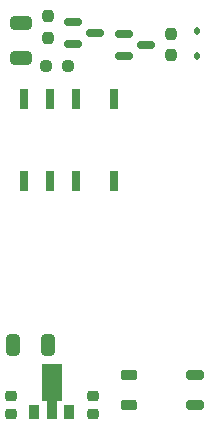
<source format=gbr>
%TF.GenerationSoftware,KiCad,Pcbnew,7.0.7*%
%TF.CreationDate,2024-02-03T00:12:55+01:00*%
%TF.ProjectId,keerlusRelais,6b656572-6c75-4735-9265-6c6169732e6b,rev?*%
%TF.SameCoordinates,Original*%
%TF.FileFunction,Paste,Top*%
%TF.FilePolarity,Positive*%
%FSLAX46Y46*%
G04 Gerber Fmt 4.6, Leading zero omitted, Abs format (unit mm)*
G04 Created by KiCad (PCBNEW 7.0.7) date 2024-02-03 00:12:55*
%MOMM*%
%LPD*%
G01*
G04 APERTURE LIST*
G04 Aperture macros list*
%AMRoundRect*
0 Rectangle with rounded corners*
0 $1 Rounding radius*
0 $2 $3 $4 $5 $6 $7 $8 $9 X,Y pos of 4 corners*
0 Add a 4 corners polygon primitive as box body*
4,1,4,$2,$3,$4,$5,$6,$7,$8,$9,$2,$3,0*
0 Add four circle primitives for the rounded corners*
1,1,$1+$1,$2,$3*
1,1,$1+$1,$4,$5*
1,1,$1+$1,$6,$7*
1,1,$1+$1,$8,$9*
0 Add four rect primitives between the rounded corners*
20,1,$1+$1,$2,$3,$4,$5,0*
20,1,$1+$1,$4,$5,$6,$7,0*
20,1,$1+$1,$6,$7,$8,$9,0*
20,1,$1+$1,$8,$9,$2,$3,0*%
%AMFreePoly0*
4,1,9,3.862500,-0.866500,0.737500,-0.866500,0.737500,-0.450000,-0.737500,-0.450000,-0.737500,0.450000,0.737500,0.450000,0.737500,0.866500,3.862500,0.866500,3.862500,-0.866500,3.862500,-0.866500,$1*%
G04 Aperture macros list end*
%ADD10RoundRect,0.237500X0.250000X0.237500X-0.250000X0.237500X-0.250000X-0.237500X0.250000X-0.237500X0*%
%ADD11RoundRect,0.212500X-0.459000X-0.212500X0.459000X-0.212500X0.459000X0.212500X-0.459000X0.212500X0*%
%ADD12RoundRect,0.210000X-0.461500X-0.210000X0.461500X-0.210000X0.461500X0.210000X-0.461500X0.210000X0*%
%ADD13RoundRect,0.210000X-0.511500X-0.210000X0.511500X-0.210000X0.511500X0.210000X-0.511500X0.210000X0*%
%ADD14RoundRect,0.237500X-0.237500X0.250000X-0.237500X-0.250000X0.237500X-0.250000X0.237500X0.250000X0*%
%ADD15RoundRect,0.225000X-0.250000X0.225000X-0.250000X-0.225000X0.250000X-0.225000X0.250000X0.225000X0*%
%ADD16R,0.800000X1.800000*%
%ADD17RoundRect,0.237500X0.237500X-0.250000X0.237500X0.250000X-0.237500X0.250000X-0.237500X-0.250000X0*%
%ADD18RoundRect,0.150000X-0.587500X-0.150000X0.587500X-0.150000X0.587500X0.150000X-0.587500X0.150000X0*%
%ADD19RoundRect,0.250000X0.650000X-0.325000X0.650000X0.325000X-0.650000X0.325000X-0.650000X-0.325000X0*%
%ADD20R,0.900000X1.300000*%
%ADD21FreePoly0,90.000000*%
%ADD22RoundRect,0.112500X0.112500X-0.187500X0.112500X0.187500X-0.112500X0.187500X-0.112500X-0.187500X0*%
%ADD23RoundRect,0.250000X-0.325000X-0.650000X0.325000X-0.650000X0.325000X0.650000X-0.325000X0.650000X0*%
G04 APERTURE END LIST*
D10*
%TO.C,R3*%
X175156500Y-60706000D03*
X173331500Y-60706000D03*
%TD*%
D11*
%TO.C,D1*%
X180362500Y-86863000D03*
D12*
X180362500Y-89408000D03*
D13*
X185955500Y-89408000D03*
X185955500Y-86868000D03*
%TD*%
D14*
%TO.C,R2*%
X173482000Y-56491500D03*
X173482000Y-58316500D03*
%TD*%
D15*
%TO.C,C3*%
X170307000Y-88620000D03*
X170307000Y-90170000D03*
%TD*%
D16*
%TO.C,K1*%
X179070000Y-63500000D03*
X175870000Y-63500000D03*
X173670000Y-63500000D03*
X171470000Y-63500000D03*
X171470000Y-70500000D03*
X173670000Y-70500000D03*
X175870000Y-70500000D03*
X179070000Y-70500000D03*
%TD*%
D17*
%TO.C,R1*%
X183896000Y-59817000D03*
X183896000Y-57992000D03*
%TD*%
D18*
%TO.C,Q2*%
X175592500Y-56962000D03*
X175592500Y-58862000D03*
X177467500Y-57912000D03*
%TD*%
D19*
%TO.C,C4*%
X171196000Y-60022000D03*
X171196000Y-57072000D03*
%TD*%
D15*
%TO.C,C1*%
X177292000Y-88633000D03*
X177292000Y-90183000D03*
%TD*%
D20*
%TO.C,U1*%
X172294000Y-89976500D03*
D21*
X173794000Y-89889000D03*
D20*
X175294000Y-89976500D03*
%TD*%
D22*
%TO.C,D2*%
X186055000Y-59851000D03*
X186055000Y-57751000D03*
%TD*%
D23*
%TO.C,C2*%
X170483000Y-84328000D03*
X173433000Y-84328000D03*
%TD*%
D18*
%TO.C,Q1*%
X179910500Y-57978000D03*
X179910500Y-59878000D03*
X181785500Y-58928000D03*
%TD*%
M02*

</source>
